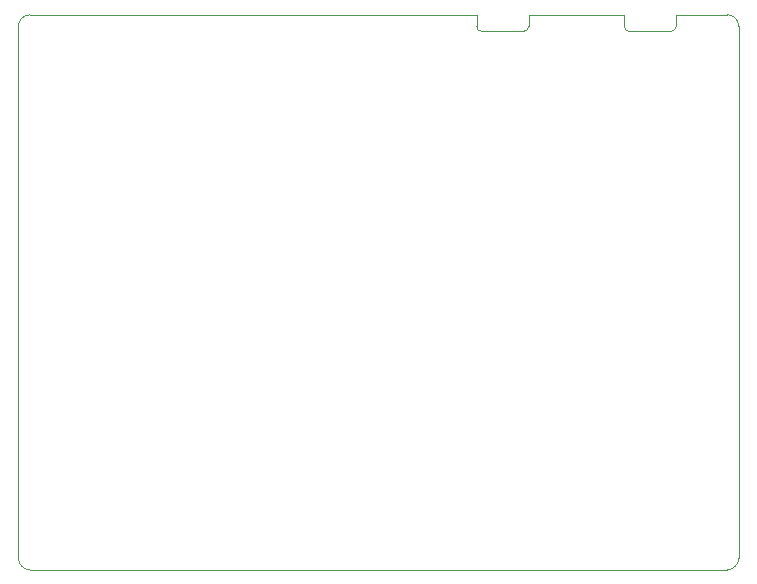
<source format=gbr>
%TF.GenerationSoftware,KiCad,Pcbnew,9.0.0*%
%TF.CreationDate,2025-05-15T12:38:11-07:00*%
%TF.ProjectId,ece223_project,65636532-3233-45f7-9072-6f6a6563742e,rev?*%
%TF.SameCoordinates,Original*%
%TF.FileFunction,Profile,NP*%
%FSLAX46Y46*%
G04 Gerber Fmt 4.6, Leading zero omitted, Abs format (unit mm)*
G04 Created by KiCad (PCBNEW 9.0.0) date 2025-05-15 12:38:11*
%MOMM*%
%LPD*%
G01*
G04 APERTURE LIST*
%TA.AperFunction,Profile*%
%ADD10C,0.050000*%
%TD*%
%TA.AperFunction,Profile*%
%ADD11C,0.120000*%
%TD*%
G04 APERTURE END LIST*
D10*
X25000000Y-69500000D02*
X25000000Y-24500000D01*
X86000000Y-24500000D02*
X86000000Y-69500000D01*
X86000000Y-69500000D02*
G75*
G02*
X85000000Y-70500000I-1000000J0D01*
G01*
X85000000Y-23500000D02*
G75*
G02*
X86000000Y-24500000I0J-1000000D01*
G01*
X85000000Y-70500000D02*
X26000000Y-70500000D01*
X26000000Y-70500000D02*
G75*
G02*
X25000000Y-69500000I0J1000000D01*
G01*
X25000000Y-24500000D02*
G75*
G02*
X26000000Y-23500000I1000000J0D01*
G01*
X85000000Y-23500000D02*
X84750000Y-23500000D01*
X59750000Y-23500000D02*
X26000000Y-23500000D01*
D11*
%TO.C,J2*%
X63800000Y-23500000D02*
X59750000Y-23500000D01*
X63800000Y-24500000D02*
X63800000Y-23500000D01*
X64200000Y-24900000D02*
X67800000Y-24900000D01*
X68200000Y-23500000D02*
X72250000Y-23500000D01*
X68200000Y-24500000D02*
X68200000Y-23500000D01*
X64200000Y-24900000D02*
G75*
G02*
X63800000Y-24500000I0J400000D01*
G01*
X68200000Y-24500000D02*
G75*
G02*
X67800000Y-24900000I-400001J1D01*
G01*
%TO.C,J3*%
X76300000Y-23500000D02*
X72250000Y-23500000D01*
X76300000Y-24500000D02*
X76300000Y-23500000D01*
X76700000Y-24900000D02*
X80300000Y-24900000D01*
X80700000Y-23500000D02*
X84750000Y-23500000D01*
X80700000Y-24500000D02*
X80700000Y-23500000D01*
X76700000Y-24900000D02*
G75*
G02*
X76300000Y-24500000I0J400000D01*
G01*
X80700000Y-24500000D02*
G75*
G02*
X80300000Y-24900000I-400001J1D01*
G01*
%TD*%
M02*

</source>
